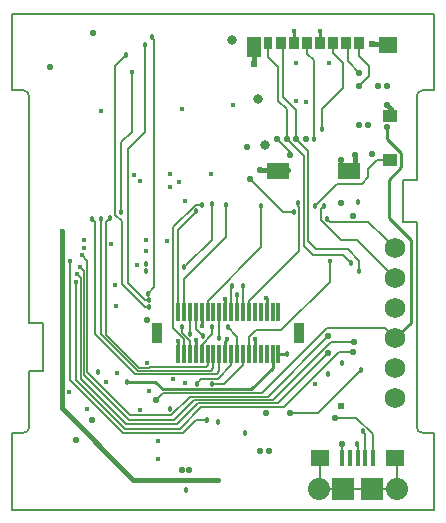
<source format=gbr>
%TF.GenerationSoftware,KiCad,Pcbnew,(5.1.4)-1*%
%TF.CreationDate,2019-12-19T22:46:11-07:00*%
%TF.ProjectId,base,62617365-2e6b-4696-9361-645f70636258,rev?*%
%TF.SameCoordinates,Original*%
%TF.FileFunction,Copper,L4,Bot*%
%TF.FilePolarity,Positive*%
%FSLAX46Y46*%
G04 Gerber Fmt 4.6, Leading zero omitted, Abs format (unit mm)*
G04 Created by KiCad (PCBNEW (5.1.4)-1) date 2019-12-19 22:46:11*
%MOMM*%
%LPD*%
G04 APERTURE LIST*
%ADD10C,0.150000*%
%ADD11R,0.300000X1.600000*%
%ADD12R,0.900000X1.800000*%
%ADD13R,1.900000X1.900000*%
%ADD14C,1.870000*%
%ADD15R,1.600000X1.400000*%
%ADD16R,0.400000X1.350000*%
%ADD17R,1.200000X1.000000*%
%ADD18R,1.900000X1.350000*%
%ADD19R,1.170000X1.800000*%
%ADD20R,0.750000X1.100000*%
%ADD21R,0.850000X1.100000*%
%ADD22R,1.550000X1.350000*%
%ADD23C,1.727200*%
%ADD24C,0.609600*%
%ADD25C,0.533400*%
%ADD26C,0.457000*%
%ADD27C,0.800000*%
%ADD28C,0.450000*%
%ADD29C,0.457200*%
%ADD30C,0.406400*%
%ADD31C,0.250000*%
%ADD32C,0.203200*%
%ADD33C,0.127000*%
%ADD34C,0.152400*%
G04 APERTURE END LIST*
D10*
X131000500Y-114280540D02*
X131000500Y-118280540D01*
X162651441Y-102162541D02*
X162651441Y-95050541D01*
X161502382Y-105714800D02*
X162651441Y-105714800D01*
X161502382Y-102162541D02*
X162651441Y-102162541D01*
X129851441Y-123050540D02*
G75*
G02X129351441Y-123550540I-500000J0D01*
G01*
X129351441Y-94550541D02*
G75*
G02X129851441Y-95050541I0J-500000D01*
G01*
X162651441Y-95050541D02*
G75*
G02X163151441Y-94550541I500000J0D01*
G01*
X163151441Y-123550540D02*
G75*
G02X162651441Y-123050540I0J500000D01*
G01*
X128351441Y-88050540D02*
X128351441Y-94550540D01*
X163151441Y-94550541D02*
X164151441Y-94550540D01*
X162651441Y-123050540D02*
X162651441Y-105714800D01*
X164151441Y-123550540D02*
X163151441Y-123550540D01*
X164151441Y-94550540D02*
X164151440Y-88050541D01*
X129851441Y-95050541D02*
X129851441Y-114280540D01*
X128351441Y-94550540D02*
X129351441Y-94550541D01*
X128351441Y-130050540D02*
X162651440Y-130050540D01*
X129851441Y-114280540D02*
X131000500Y-114280540D01*
X161502382Y-102162541D02*
X161502382Y-105714800D01*
X162651440Y-88050540D02*
X128351441Y-88050540D01*
X131000500Y-118280540D02*
X129851441Y-118280540D01*
X128351441Y-123550540D02*
X128351441Y-130050540D01*
X129351441Y-123550540D02*
X128351441Y-123550540D01*
X129851441Y-118280540D02*
X129851441Y-123050540D01*
X162651440Y-130050540D02*
X164151440Y-130050540D01*
X164151440Y-88050541D02*
X162651440Y-88050540D01*
X164151440Y-130050540D02*
X164151441Y-123550540D01*
D11*
X142451100Y-116911500D03*
X142451100Y-113311300D03*
X142951100Y-116911500D03*
X142951100Y-113311300D03*
D12*
X140701100Y-115111400D03*
X152701100Y-115111400D03*
D11*
X143451100Y-116911500D03*
X143451100Y-113311300D03*
X143951100Y-116911500D03*
X143951100Y-113311300D03*
X144451100Y-116911500D03*
X144451100Y-113311300D03*
X144951100Y-116911500D03*
X144951100Y-113311300D03*
X145451100Y-116911500D03*
X145451100Y-113311300D03*
X145951100Y-116911500D03*
X145951100Y-113311300D03*
X146451100Y-116911500D03*
X146451100Y-113311300D03*
X146951100Y-116911500D03*
X146951100Y-113311300D03*
X147451100Y-116911500D03*
X147451100Y-113311300D03*
X147951100Y-116911500D03*
X147951100Y-113311300D03*
X148451100Y-116911500D03*
X148451100Y-113311300D03*
X148951100Y-116911500D03*
X148951100Y-113311300D03*
X149451100Y-116911500D03*
X149451100Y-113311300D03*
X149951100Y-116911500D03*
X149951100Y-113311300D03*
X150451100Y-116911500D03*
X150451100Y-113311300D03*
X150951100Y-116911500D03*
X150951100Y-113311300D03*
D13*
X156450000Y-128339000D03*
X158850000Y-128339000D03*
D14*
X160950000Y-128339000D03*
X154350000Y-128339000D03*
D15*
X154450000Y-125664000D03*
X160850000Y-125664000D03*
D16*
X156350000Y-125664000D03*
X158950000Y-125664000D03*
X158300000Y-125664000D03*
X157000000Y-125664000D03*
X157650000Y-125664000D03*
D17*
X160393500Y-96703900D03*
X160393500Y-100403900D03*
D18*
X156893500Y-101378900D03*
X150923500Y-101378900D03*
D19*
X148898500Y-90903900D03*
D20*
X150108500Y-90553900D03*
D21*
X151158500Y-90553900D03*
X152258500Y-90553900D03*
X153358500Y-90553900D03*
X154458500Y-90553900D03*
X155558500Y-90553900D03*
X156658500Y-90553900D03*
X157758500Y-90553900D03*
D22*
X160218500Y-90678900D03*
D23*
X160820100Y-120624600D03*
X160820100Y-118084600D03*
X160820100Y-115544600D03*
X160820100Y-113004600D03*
X160820100Y-110464600D03*
X160820100Y-107924600D03*
D24*
X156248100Y-121259600D03*
D25*
X159369100Y-94158600D03*
D24*
X148863000Y-92276900D03*
D26*
X141732000Y-121539000D03*
X148150000Y-123550000D03*
X145834100Y-122656600D03*
D25*
X131589000Y-92531000D03*
X135200000Y-122500000D03*
X158900000Y-99950000D03*
X156248100Y-100431600D03*
X157471600Y-100021600D03*
D27*
X149800000Y-99150000D03*
X147050000Y-90250000D03*
D25*
X149900000Y-121850000D03*
X139827000Y-113982500D03*
D28*
X140779500Y-124206000D03*
X140017500Y-120026711D03*
X141986004Y-118999000D03*
X139827000Y-117602000D03*
X137287000Y-118491000D03*
X136334500Y-119253000D03*
X139192000Y-121602500D03*
X134493000Y-107886500D03*
X134493000Y-107188000D03*
X136779000Y-107569000D03*
X137096500Y-111061500D03*
X137223500Y-112839500D03*
X139763500Y-107188000D03*
X143002000Y-103949500D03*
X152273000Y-89535000D03*
X152463500Y-92202000D03*
X135953500Y-96329500D03*
X154051000Y-119380000D03*
X149923500Y-112141000D03*
X146431000Y-112204500D03*
X144462500Y-114490500D03*
X138950709Y-109348002D03*
D26*
X139776290Y-109283701D03*
D28*
X141732000Y-101663504D03*
X138684000Y-101727000D03*
D25*
X156337000Y-124523500D03*
X157226000Y-105219500D03*
D26*
X157670500Y-104013000D03*
D25*
X149415500Y-101300000D03*
D24*
X158851600Y-90614500D03*
D25*
X160172432Y-95808800D03*
X151930100Y-121894600D03*
D26*
X157924500Y-118237000D03*
D25*
X156248100Y-104114600D03*
X157769100Y-97460600D03*
X160169100Y-94158600D03*
X158569100Y-97460600D03*
D26*
X143123000Y-128422300D03*
X155117800Y-118584980D03*
X156300000Y-117650000D03*
D25*
X142750000Y-126700000D03*
X143400000Y-126700000D03*
D26*
X151650000Y-116900000D03*
D28*
X139763500Y-108140500D03*
X140716000Y-125793500D03*
X143002000Y-119316500D03*
D26*
X135658860Y-118427500D03*
D28*
X134747000Y-121539000D03*
X133223000Y-120078500D03*
D25*
X133794500Y-124142500D03*
D28*
X141541500Y-107314994D03*
X147066000Y-95821500D03*
D27*
X149225004Y-95250000D03*
D28*
X152463500Y-95440500D03*
X153289000Y-95504000D03*
X154432000Y-89535000D03*
X155257500Y-92265500D03*
D25*
X148272500Y-99314000D03*
D28*
X145224500Y-101663500D03*
X148971000Y-115570000D03*
X146621500Y-115570000D03*
X143954500Y-115697000D03*
X142430500Y-115760500D03*
X142811500Y-96139000D03*
D26*
X139776290Y-109867714D03*
D28*
X142494000Y-102298500D03*
X141732000Y-102743000D03*
X139255500Y-102235000D03*
D25*
X135255000Y-89662000D03*
X149390100Y-125069600D03*
X150152100Y-125069600D03*
X157769100Y-94158600D03*
X157800000Y-93050000D03*
X140589000Y-120776986D03*
X160121600Y-97637600D03*
D26*
X152241338Y-104867182D03*
D25*
X148526500Y-102050000D03*
X153269100Y-98683600D03*
D26*
X154600000Y-97800000D03*
D25*
X152469100Y-98683600D03*
D29*
X157797500Y-109855000D03*
X157137100Y-109194600D03*
D25*
X151669100Y-98683600D03*
X150869100Y-98683600D03*
X151950000Y-100050000D03*
D26*
X154050000Y-104300000D03*
D28*
X133794500Y-110744000D03*
D25*
X157289500Y-116713006D03*
D28*
X133921500Y-110109000D03*
D25*
X155170006Y-116781479D03*
D28*
X134175500Y-109537500D03*
D25*
X157353000Y-115824000D03*
D28*
X134302500Y-108521500D03*
D25*
X155130516Y-115379500D03*
D26*
X145300000Y-114600000D03*
X144000000Y-104800000D03*
X144498352Y-104249265D03*
X142800000Y-114550000D03*
X145288004Y-104203500D03*
X142938500Y-109537500D03*
X146650000Y-114600000D03*
X146550000Y-104256100D03*
X147002500Y-111125000D03*
X147447000Y-111887008D03*
X155050000Y-105400000D03*
X147955000Y-111125000D03*
X149500000Y-104350000D03*
X153950000Y-98650000D03*
X152642900Y-104050000D03*
X154800000Y-104300000D03*
X157607004Y-124523500D03*
X158071800Y-123412252D03*
X145950000Y-115550000D03*
D28*
X155321000Y-108966000D03*
D26*
X144550000Y-115350000D03*
X143450000Y-115150000D03*
X145300000Y-119395160D03*
X144021240Y-119391710D03*
X138039000Y-91581000D03*
X139954999Y-112924450D03*
X139954997Y-112340439D03*
X139636500Y-90741500D03*
X139890500Y-111760000D03*
X140208000Y-90043000D03*
X135191500Y-105473486D03*
X135953500Y-105473500D03*
X136668462Y-105343576D03*
X137650000Y-104850000D03*
D28*
X138557000Y-93027500D03*
D25*
X155750000Y-122250000D03*
D26*
X138112500Y-119253000D03*
X144900000Y-122500000D03*
D28*
X133286500Y-109029500D03*
X132588000Y-106489496D03*
X145796034Y-127508000D03*
D30*
X148863000Y-90599900D02*
X148863000Y-92276900D01*
X157471600Y-101378900D02*
X157471600Y-100021600D01*
X157471600Y-100021600D02*
X157471600Y-100021600D01*
D31*
X152265100Y-90553900D02*
X152265100Y-89542900D01*
X152265100Y-89542900D02*
X152273000Y-89535000D01*
X149951100Y-113311300D02*
X149951100Y-112168600D01*
X149951100Y-112168600D02*
X149923500Y-112141000D01*
X146451100Y-113311300D02*
X146451100Y-112224600D01*
X146451100Y-112224600D02*
X146431000Y-112204500D01*
X144451100Y-113311300D02*
X144451100Y-114479100D01*
X144451100Y-114479100D02*
X144462500Y-114490500D01*
D32*
X156350000Y-125664000D02*
X156350000Y-124536500D01*
X156350000Y-124536500D02*
X156337000Y-124523500D01*
D30*
X149444400Y-101328900D02*
X149415500Y-101300000D01*
X151751600Y-101328900D02*
X149444400Y-101328900D01*
X158872000Y-90634900D02*
X158851600Y-90614500D01*
X160274000Y-90634900D02*
X158872000Y-90634900D01*
X160463600Y-96099968D02*
X160172432Y-95808800D01*
X160463600Y-96805500D02*
X160463600Y-96099968D01*
D32*
X157696001Y-118465499D02*
X157924500Y-118237000D01*
X154266900Y-121894600D02*
X157696001Y-118465499D01*
X151930100Y-121894600D02*
X154266900Y-121894600D01*
D33*
X151638500Y-116911500D02*
X151650000Y-116900000D01*
D31*
X154465100Y-90553900D02*
X154465100Y-89568100D01*
X154465100Y-89568100D02*
X154432000Y-89535000D01*
X150962600Y-116900000D02*
X150951100Y-116911500D01*
X151650000Y-116900000D02*
X150962600Y-116900000D01*
X148951100Y-116911500D02*
X148951100Y-115589900D01*
X148951100Y-115589900D02*
X148971000Y-115570000D01*
X146451100Y-116911500D02*
X146451100Y-115740400D01*
X146451100Y-115740400D02*
X146621500Y-115570000D01*
X143951100Y-116911500D02*
X143951100Y-115700400D01*
X143951100Y-115700400D02*
X143954500Y-115697000D01*
X142451100Y-116911500D02*
X142451100Y-115781100D01*
X142451100Y-115781100D02*
X142430500Y-115760500D01*
D32*
X157758500Y-91667700D02*
X157758500Y-90553900D01*
X158586600Y-92495800D02*
X157758500Y-91667700D01*
X157769100Y-94158600D02*
X158586600Y-93341100D01*
X158586600Y-93341100D02*
X158586600Y-92495800D01*
X156819600Y-92069600D02*
X156819600Y-90728800D01*
X157800000Y-93050000D02*
X156819600Y-92069600D01*
D34*
X140855699Y-120510287D02*
X140589000Y-120776986D01*
X141162105Y-120203881D02*
X140855699Y-120510287D01*
X149544119Y-120203881D02*
X141162105Y-120203881D01*
X155066999Y-114681001D02*
X149544119Y-120203881D01*
X160820100Y-115544600D02*
X159956501Y-114681001D01*
X159956501Y-114681001D02*
X155066999Y-114681001D01*
D31*
X162150000Y-114214700D02*
X160820100Y-115544600D01*
X162150000Y-107235200D02*
X162150000Y-114214700D01*
X160121600Y-98653600D02*
X161340800Y-99872800D01*
X161340800Y-99872800D02*
X161340800Y-101041200D01*
X161340800Y-101041200D02*
X160274000Y-102108000D01*
X160274000Y-102108000D02*
X160274000Y-105359200D01*
X160121600Y-97637600D02*
X160121600Y-98653600D01*
X160274000Y-105359200D02*
X162150000Y-107235200D01*
D34*
X151343682Y-104867182D02*
X148526500Y-102050000D01*
X152241338Y-104867182D02*
X151343682Y-104867182D01*
D32*
X155558500Y-91398100D02*
X155558500Y-90553900D01*
X156386600Y-92226200D02*
X155558500Y-91398100D01*
X156386600Y-94363400D02*
X156386600Y-92226200D01*
X154600000Y-97800000D02*
X154600000Y-96150000D01*
X154600000Y-96150000D02*
X156386600Y-94363400D01*
X157797500Y-108966000D02*
X157797500Y-109531711D01*
X152469100Y-98683600D02*
X153430210Y-99644710D01*
X153430210Y-107330210D02*
X154113500Y-108013500D01*
X153430210Y-99644710D02*
X153430210Y-107330210D01*
X154113500Y-108013500D02*
X156845000Y-108013500D01*
X157797500Y-109531711D02*
X157797500Y-109855000D01*
X156845000Y-108013500D02*
X157797500Y-108966000D01*
X152469100Y-96219100D02*
X152469100Y-98630900D01*
X151350000Y-95100000D02*
X152469100Y-96219100D01*
X151384000Y-90474800D02*
X151350000Y-90508800D01*
X151350000Y-90508800D02*
X151350000Y-95100000D01*
X156400500Y-108458000D02*
X157137100Y-109194600D01*
X153858000Y-108458000D02*
X156400500Y-108458000D01*
X153100000Y-107700000D02*
X153858000Y-108458000D01*
X151669100Y-98683600D02*
X153100000Y-100114500D01*
X153100000Y-100114500D02*
X153100000Y-107700000D01*
X150108500Y-91739300D02*
X150108500Y-90553900D01*
X150936600Y-92567400D02*
X150108500Y-91739300D01*
X150936600Y-95436600D02*
X150936600Y-92567400D01*
X151669100Y-98630900D02*
X151669100Y-96169100D01*
X151669100Y-96169100D02*
X150936600Y-95436600D01*
X151950000Y-99764500D02*
X150869100Y-98683600D01*
X151950000Y-100050000D02*
X151950000Y-99764500D01*
D34*
X159336500Y-100403900D02*
X160426400Y-100403900D01*
X158546800Y-101193600D02*
X159336500Y-100403900D01*
X158546800Y-101904800D02*
X158546800Y-101193600D01*
X157988000Y-102463600D02*
X158546800Y-101904800D01*
X154050000Y-104300000D02*
X155886400Y-102463600D01*
X155886400Y-102463600D02*
X157988000Y-102463600D01*
X156912330Y-116713006D02*
X157289500Y-116713006D01*
X156086824Y-116713006D02*
X156912330Y-116713006D01*
X133794500Y-119062500D02*
X137922000Y-123190000D01*
X133794500Y-110744000D02*
X133794500Y-119062500D01*
X142621000Y-123190000D02*
X144430901Y-121380099D01*
X144430901Y-121380099D02*
X151419731Y-121380099D01*
X137922000Y-123190000D02*
X142621000Y-123190000D01*
X151419731Y-121380099D02*
X156086824Y-116713006D01*
X154903307Y-117048178D02*
X155170006Y-116781479D01*
X150896629Y-121054856D02*
X154903307Y-117048178D01*
X134222702Y-110410202D02*
X134222702Y-118982702D01*
X133921500Y-110109000D02*
X134222702Y-110410202D01*
X134222702Y-118982702D02*
X138049000Y-122809000D01*
X138049000Y-122809000D02*
X142367000Y-122809000D01*
X142367000Y-122809000D02*
X144121144Y-121054856D01*
X144121144Y-121054856D02*
X150896629Y-121054856D01*
X155432029Y-115824000D02*
X157353000Y-115824000D01*
X150493328Y-120762701D02*
X155432029Y-115824000D01*
X134502113Y-109864113D02*
X134502113Y-118627113D01*
X134175500Y-109537500D02*
X134502113Y-109864113D01*
X134502113Y-118627113D02*
X138303000Y-122428000D01*
X138303000Y-122428000D02*
X142122000Y-122428000D01*
X142122000Y-122428000D02*
X143787297Y-120762703D01*
X143787297Y-120762703D02*
X150493328Y-120762701D01*
X150026724Y-120483292D02*
X155130516Y-115379500D01*
X134781523Y-109000523D02*
X134781523Y-118414451D01*
X134302500Y-108521500D02*
X134781523Y-109000523D01*
X134781523Y-118414451D02*
X138414072Y-122047000D01*
X138414072Y-122047000D02*
X141859000Y-122047000D01*
X141859000Y-122047000D02*
X143422708Y-120483292D01*
X143422708Y-120483292D02*
X150026724Y-120483292D01*
D33*
X145300000Y-115220122D02*
X145300000Y-114600000D01*
X144451100Y-116911500D02*
X144451100Y-116069022D01*
X144451100Y-116069022D02*
X145300000Y-115220122D01*
X142451100Y-113311300D02*
X142451100Y-106348900D01*
X143771501Y-105028499D02*
X144000000Y-104800000D01*
X142451100Y-106348900D02*
X143771501Y-105028499D01*
X142951100Y-115630446D02*
X142020501Y-114699847D01*
X142020501Y-106159377D02*
X143930613Y-104249265D01*
X142020501Y-114699847D02*
X142020501Y-106159377D01*
X142951100Y-116911500D02*
X142951100Y-115630446D01*
X143930613Y-104249265D02*
X144175205Y-104249265D01*
X144175205Y-104249265D02*
X144498352Y-104249265D01*
X142800000Y-115120122D02*
X142800000Y-114550000D01*
X143451100Y-116911500D02*
X143451100Y-115771222D01*
X143451100Y-115771222D02*
X142800000Y-115120122D01*
X145288004Y-104203500D02*
X145288004Y-107187996D01*
X143166999Y-109309001D02*
X142938500Y-109537500D01*
X145288004Y-107187996D02*
X143166999Y-109309001D01*
X147451100Y-116911500D02*
X147451100Y-115601100D01*
X147451100Y-115601100D02*
X147451100Y-115401100D01*
X147451100Y-115401100D02*
X146650000Y-114600000D01*
X146550000Y-104256100D02*
X146543900Y-104250000D01*
X146550000Y-104256100D02*
X146550000Y-104256100D01*
X142951100Y-110540900D02*
X142951100Y-113311300D01*
X146550000Y-104256100D02*
X146550000Y-106942000D01*
X146550000Y-106942000D02*
X142951100Y-110540900D01*
X146951100Y-111176400D02*
X147002500Y-111125000D01*
X146951100Y-113311300D02*
X146951100Y-111176400D01*
X147451100Y-113311300D02*
X147451100Y-111891108D01*
X147451100Y-111891108D02*
X147447000Y-111887008D01*
X155326701Y-105676701D02*
X158572201Y-105676701D01*
X158572201Y-105676701D02*
X159956501Y-107061001D01*
X159956501Y-107061001D02*
X160820100Y-107924600D01*
X155050000Y-105400000D02*
X155326701Y-105676701D01*
X147951100Y-111128900D02*
X147955000Y-111125000D01*
X147951100Y-113311300D02*
X147951100Y-111128900D01*
X149500000Y-107835400D02*
X149500000Y-104350000D01*
X144951100Y-113311300D02*
X144951100Y-112384300D01*
X144951100Y-112384300D02*
X149500000Y-107835400D01*
D32*
X153358500Y-91433300D02*
X153358500Y-90553900D01*
X153936600Y-92011400D02*
X153358500Y-91433300D01*
X153950000Y-98650000D02*
X153936600Y-98636600D01*
X153936600Y-98636600D02*
X153936600Y-92011400D01*
D33*
X148451100Y-113311300D02*
X148451100Y-112384300D01*
X152660339Y-104390586D02*
X152660339Y-108175061D01*
X152642900Y-104373147D02*
X152660339Y-104390586D01*
X152642900Y-104050000D02*
X152642900Y-104373147D01*
X152660339Y-108175061D02*
X148451100Y-112384300D01*
X154521501Y-105491623D02*
X156279878Y-107250000D01*
X157605500Y-107250000D02*
X160820100Y-110464600D01*
X156279878Y-107250000D02*
X157605500Y-107250000D01*
X154521501Y-105491623D02*
X154521501Y-104578499D01*
X154521501Y-104578499D02*
X154800000Y-104300000D01*
D32*
X157650000Y-124566496D02*
X157607004Y-124523500D01*
X157650000Y-125664000D02*
X157650000Y-124566496D01*
X158300000Y-125664000D02*
X158300000Y-123640452D01*
X158300000Y-123640452D02*
X158071800Y-123412252D01*
D33*
X145950000Y-113312400D02*
X145951100Y-113311300D01*
X145950000Y-115550000D02*
X145950000Y-113312400D01*
D34*
X151193500Y-114871500D02*
X155321000Y-110744000D01*
X155321000Y-110744000D02*
X155321000Y-108966000D01*
X149034500Y-114871500D02*
X151193500Y-114871500D01*
X148451100Y-116911500D02*
X148451100Y-115454900D01*
X148451100Y-115454900D02*
X149034500Y-114871500D01*
D33*
X144050000Y-113410200D02*
X143951100Y-113311300D01*
X143992232Y-113352432D02*
X143951100Y-113311300D01*
X143951100Y-114501100D02*
X143951100Y-113311300D01*
X143951100Y-114501100D02*
X143951100Y-114751100D01*
X143951100Y-114751100D02*
X144550000Y-115350000D01*
X143450000Y-113312400D02*
X143451100Y-113311300D01*
X143450000Y-115150000D02*
X143450000Y-113312400D01*
X145312700Y-119407860D02*
X145300000Y-119395160D01*
X147951100Y-116911500D02*
X147951100Y-117838500D01*
X146381740Y-119407860D02*
X145312700Y-119407860D01*
X147951100Y-117838500D02*
X146381740Y-119407860D01*
X146951100Y-117838500D02*
X145813441Y-118976159D01*
X145813441Y-118976159D02*
X144436791Y-118976159D01*
X144436791Y-118976159D02*
X144021240Y-119391710D01*
X146951100Y-116911500D02*
X146951100Y-117838500D01*
D34*
X137668000Y-110960598D02*
X139631852Y-112924450D01*
X137668000Y-105615376D02*
X137668000Y-110960598D01*
X137150000Y-105097376D02*
X137668000Y-105615376D01*
X138039000Y-91581000D02*
X137150000Y-92470000D01*
X139631852Y-112924450D02*
X139954999Y-112924450D01*
X137150000Y-92470000D02*
X137150000Y-105097376D01*
X139631850Y-112340439D02*
X138176000Y-110884589D01*
X139636500Y-98063500D02*
X139636500Y-91064647D01*
X139636500Y-91064647D02*
X139636500Y-90741500D01*
X138176000Y-99524000D02*
X139636500Y-98063500D01*
X139954997Y-112340439D02*
X139631850Y-112340439D01*
X138176000Y-110884589D02*
X138176000Y-99524000D01*
X140436499Y-90271499D02*
X140208000Y-90043000D01*
X139890500Y-111760000D02*
X140436499Y-111214001D01*
X140436499Y-111214001D02*
X140436499Y-90271499D01*
D33*
X135445500Y-105727486D02*
X135191500Y-105473486D01*
X145951100Y-118298900D02*
X145724477Y-118525523D01*
X145951100Y-116911500D02*
X145951100Y-118298900D01*
X138825523Y-118525523D02*
X135445500Y-115145500D01*
X145724477Y-118525523D02*
X138825523Y-118525523D01*
X135445500Y-115145500D02*
X135445500Y-105727486D01*
X145451100Y-116911500D02*
X145451100Y-118098900D01*
X145278488Y-118271512D02*
X139021512Y-118271512D01*
X135953500Y-105796647D02*
X135953500Y-105473500D01*
X145451100Y-118098900D02*
X145278488Y-118271512D01*
X139021512Y-118271512D02*
X135953500Y-115203500D01*
X135953500Y-115203500D02*
X135953500Y-105796647D01*
X136334500Y-115225276D02*
X136334500Y-105677538D01*
X144951100Y-117838500D02*
X144777623Y-118011977D01*
X136334500Y-105677538D02*
X136668462Y-105343576D01*
X144951100Y-116911500D02*
X144951100Y-117838500D01*
X139126725Y-118017501D02*
X136334500Y-115225276D01*
X144777623Y-118011977D02*
X140031965Y-118011977D01*
X140031965Y-118011977D02*
X140026441Y-118017501D01*
X140026441Y-118017501D02*
X139126725Y-118017501D01*
D34*
X138557000Y-98044000D02*
X138557000Y-93027500D01*
X137650000Y-104850000D02*
X137650000Y-98951000D01*
X137650000Y-98951000D02*
X138557000Y-98044000D01*
D32*
X157556000Y-122250000D02*
X155750000Y-122250000D01*
X158950000Y-125603000D02*
X158950000Y-123644000D01*
X158950000Y-123644000D02*
X157556000Y-122250000D01*
D33*
X154450000Y-128239000D02*
X154350000Y-128339000D01*
X154450000Y-125664000D02*
X154450000Y-128239000D01*
X154350000Y-128339000D02*
X156450000Y-128339000D01*
X158850000Y-128339000D02*
X156450000Y-128339000D01*
X159927000Y-128339000D02*
X160950000Y-128339000D01*
X158850000Y-128339000D02*
X159927000Y-128339000D01*
D32*
X160950000Y-125764000D02*
X160850000Y-125664000D01*
X160950000Y-128339000D02*
X160950000Y-125764000D01*
D31*
X150451100Y-116911500D02*
X150451100Y-118026900D01*
X150451100Y-118026900D02*
X148602330Y-119875670D01*
X141148170Y-119875670D02*
X140525500Y-119253000D01*
X140525500Y-119253000D02*
X138112500Y-119253000D01*
X148602330Y-119875670D02*
X141148170Y-119875670D01*
D33*
X144800000Y-122600000D02*
X144900000Y-122500000D01*
D34*
X133286500Y-111252000D02*
X133286500Y-109029500D01*
X133286500Y-119062500D02*
X133286500Y-111252000D01*
X137795000Y-123571000D02*
X133286500Y-119062500D01*
X142875000Y-123571000D02*
X137795000Y-123571000D01*
X144900000Y-122500000D02*
X143946000Y-122500000D01*
X143946000Y-122500000D02*
X142875000Y-123571000D01*
D30*
X132588000Y-106807694D02*
X132588000Y-106489496D01*
X132588000Y-121475500D02*
X132588000Y-106807694D01*
X145796000Y-127508000D02*
X138620500Y-127508000D01*
X138620500Y-127508000D02*
X132588000Y-121475500D01*
M02*

</source>
